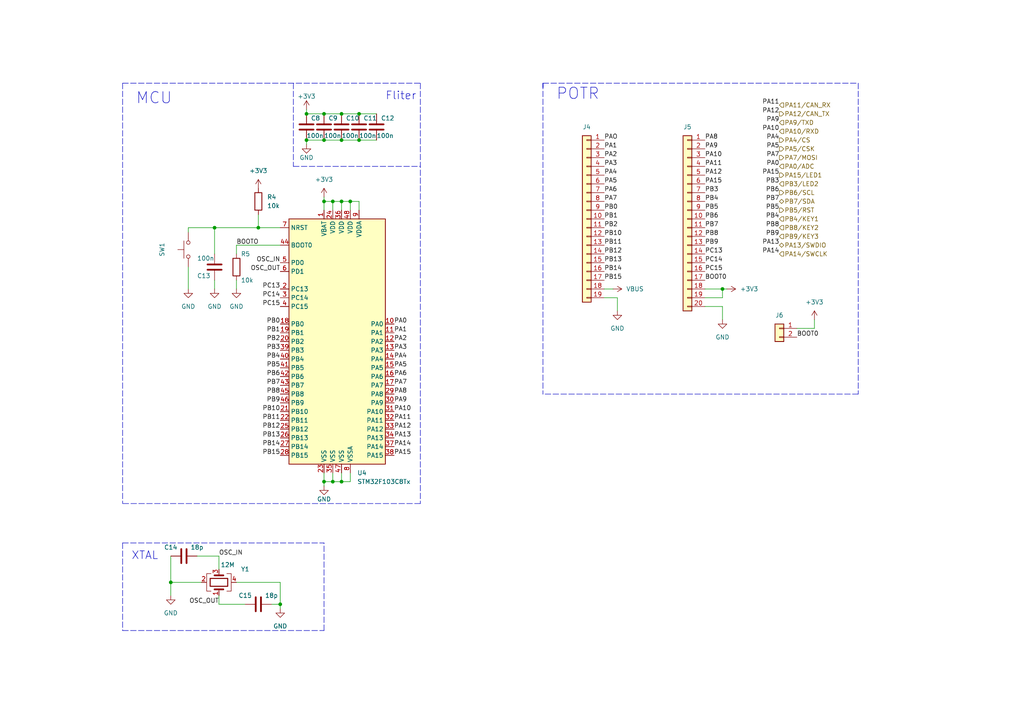
<source format=kicad_sch>
(kicad_sch (version 20211123) (generator eeschema)
  (paper "A4")
  (lib_symbols
    (symbol "Connector_Generic:Conn_01x02" (pin_names (offset 1.016) hide)
      (property "Reference" "J" (at 0 2.54 0))
      (property "Value" "Conn_01x02" (at 0 -5.08 0))
      (symbol "Conn_01x02_1_1"
        (rectangle (start -1.27 -2.413) (end 0 -2.667) (stroke (width 0.1524)))
        (rectangle (start -1.27 0.127) (end 0 -0.127) (stroke (width 0.1524)))
        (rectangle (start -1.27 1.27) (end 1.27 -3.81) (stroke (width 0.254)) (fill (type background)))
        (pin passive line (at -5.08 0 0) (length 3.81) (name "Pin_1") (number "1"))
        (pin passive line (at -5.08 -2.54 0) (length 3.81) (name "Pin_2") (number "2"))
      )
    )
    (symbol "Connector_Generic:Conn_01x19" (pin_names (offset 1.016) hide)
      (property "Reference" "J" (at 0 25.4 0))
      (property "Value" "Conn_01x19" (at 0 -25.4 0))
      (symbol "Conn_01x19_1_1"
        (rectangle (start -1.27 -22.733) (end 0 -22.987) (stroke (width 0.1524)))
        (rectangle (start -1.27 -20.193) (end 0 -20.447) (stroke (width 0.1524)))
        (rectangle (start -1.27 -17.653) (end 0 -17.907) (stroke (width 0.1524)))
        (rectangle (start -1.27 -15.113) (end 0 -15.367) (stroke (width 0.1524)))
        (rectangle (start -1.27 -12.573) (end 0 -12.827) (stroke (width 0.1524)))
        (rectangle (start -1.27 -10.033) (end 0 -10.287) (stroke (width 0.1524)))
        (rectangle (start -1.27 -7.493) (end 0 -7.747) (stroke (width 0.1524)))
        (rectangle (start -1.27 -4.953) (end 0 -5.207) (stroke (width 0.1524)))
        (rectangle (start -1.27 -2.413) (end 0 -2.667) (stroke (width 0.1524)))
        (rectangle (start -1.27 0.127) (end 0 -0.127) (stroke (width 0.1524)))
        (rectangle (start -1.27 2.667) (end 0 2.413) (stroke (width 0.1524)))
        (rectangle (start -1.27 5.207) (end 0 4.953) (stroke (width 0.1524)))
        (rectangle (start -1.27 7.747) (end 0 7.493) (stroke (width 0.1524)))
        (rectangle (start -1.27 10.287) (end 0 10.033) (stroke (width 0.1524)))
        (rectangle (start -1.27 12.827) (end 0 12.573) (stroke (width 0.1524)))
        (rectangle (start -1.27 15.367) (end 0 15.113) (stroke (width 0.1524)))
        (rectangle (start -1.27 17.907) (end 0 17.653) (stroke (width 0.1524)))
        (rectangle (start -1.27 20.447) (end 0 20.193) (stroke (width 0.1524)))
        (rectangle (start -1.27 22.987) (end 0 22.733) (stroke (width 0.1524)))
        (rectangle (start -1.27 24.13) (end 1.27 -24.13) (stroke (width 0.254)) (fill (type background)))
        (pin passive line (at -5.08 22.86 0) (length 3.81) (name "Pin_1") (number "1"))
        (pin passive line (at -5.08 0 0) (length 3.81) (name "Pin_10") (number "10"))
        (pin passive line (at -5.08 -2.54 0) (length 3.81) (name "Pin_11") (number "11"))
        (pin passive line (at -5.08 -5.08 0) (length 3.81) (name "Pin_12") (number "12"))
        (pin passive line (at -5.08 -7.62 0) (length 3.81) (name "Pin_13") (number "13"))
        (pin passive line (at -5.08 -10.16 0) (length 3.81) (name "Pin_14") (number "14"))
        (pin passive line (at -5.08 -12.7 0) (length 3.81) (name "Pin_15") (number "15"))
        (pin passive line (at -5.08 -15.24 0) (length 3.81) (name "Pin_16") (number "16"))
        (pin passive line (at -5.08 -17.78 0) (length 3.81) (name "Pin_17") (number "17"))
        (pin passive line (at -5.08 -20.32 0) (length 3.81) (name "Pin_18") (number "18"))
        (pin passive line (at -5.08 -22.86 0) (length 3.81) (name "Pin_19") (number "19"))
        (pin passive line (at -5.08 20.32 0) (length 3.81) (name "Pin_2") (number "2"))
        (pin passive line (at -5.08 17.78 0) (length 3.81) (name "Pin_3") (number "3"))
        (pin passive line (at -5.08 15.24 0) (length 3.81) (name "Pin_4") (number "4"))
        (pin passive line (at -5.08 12.7 0) (length 3.81) (name "Pin_5") (number "5"))
        (pin passive line (at -5.08 10.16 0) (length 3.81) (name "Pin_6") (number "6"))
        (pin passive line (at -5.08 7.62 0) (length 3.81) (name "Pin_7") (number "7"))
        (pin passive line (at -5.08 5.08 0) (length 3.81) (name "Pin_8") (number "8"))
        (pin passive line (at -5.08 2.54 0) (length 3.81) (name "Pin_9") (number "9"))
      )
    )
    (symbol "Connector_Generic:Conn_01x20" (pin_names (offset 1.016) hide)
      (property "Reference" "J" (at 0 25.4 0))
      (property "Value" "Conn_01x20" (at 0 -27.94 0))
      (symbol "Conn_01x20_1_1"
        (rectangle (start -1.27 -25.273) (end 0 -25.527) (stroke (width 0.1524)))
        (rectangle (start -1.27 -22.733) (end 0 -22.987) (stroke (width 0.1524)))
        (rectangle (start -1.27 -20.193) (end 0 -20.447) (stroke (width 0.1524)))
        (rectangle (start -1.27 -17.653) (end 0 -17.907) (stroke (width 0.1524)))
        (rectangle (start -1.27 -15.113) (end 0 -15.367) (stroke (width 0.1524)))
        (rectangle (start -1.27 -12.573) (end 0 -12.827) (stroke (width 0.1524)))
        (rectangle (start -1.27 -10.033) (end 0 -10.287) (stroke (width 0.1524)))
        (rectangle (start -1.27 -7.493) (end 0 -7.747) (stroke (width 0.1524)))
        (rectangle (start -1.27 -4.953) (end 0 -5.207) (stroke (width 0.1524)))
        (rectangle (start -1.27 -2.413) (end 0 -2.667) (stroke (width 0.1524)))
        (rectangle (start -1.27 0.127) (end 0 -0.127) (stroke (width 0.1524)))
        (rectangle (start -1.27 2.667) (end 0 2.413) (stroke (width 0.1524)))
        (rectangle (start -1.27 5.207) (end 0 4.953) (stroke (width 0.1524)))
        (rectangle (start -1.27 7.747) (end 0 7.493) (stroke (width 0.1524)))
        (rectangle (start -1.27 10.287) (end 0 10.033) (stroke (width 0.1524)))
        (rectangle (start -1.27 12.827) (end 0 12.573) (stroke (width 0.1524)))
        (rectangle (start -1.27 15.367) (end 0 15.113) (stroke (width 0.1524)))
        (rectangle (start -1.27 17.907) (end 0 17.653) (stroke (width 0.1524)))
        (rectangle (start -1.27 20.447) (end 0 20.193) (stroke (width 0.1524)))
        (rectangle (start -1.27 22.987) (end 0 22.733) (stroke (width 0.1524)))
        (rectangle (start -1.27 24.13) (end 1.27 -26.67) (stroke (width 0.254)) (fill (type background)))
        (pin passive line (at -5.08 22.86 0) (length 3.81) (name "Pin_1") (number "1"))
        (pin passive line (at -5.08 0 0) (length 3.81) (name "Pin_10") (number "10"))
        (pin passive line (at -5.08 -2.54 0) (length 3.81) (name "Pin_11") (number "11"))
        (pin passive line (at -5.08 -5.08 0) (length 3.81) (name "Pin_12") (number "12"))
        (pin passive line (at -5.08 -7.62 0) (length 3.81) (name "Pin_13") (number "13"))
        (pin passive line (at -5.08 -10.16 0) (length 3.81) (name "Pin_14") (number "14"))
        (pin passive line (at -5.08 -12.7 0) (length 3.81) (name "Pin_15") (number "15"))
        (pin passive line (at -5.08 -15.24 0) (length 3.81) (name "Pin_16") (number "16"))
        (pin passive line (at -5.08 -17.78 0) (length 3.81) (name "Pin_17") (number "17"))
        (pin passive line (at -5.08 -20.32 0) (length 3.81) (name "Pin_18") (number "18"))
        (pin passive line (at -5.08 -22.86 0) (length 3.81) (name "Pin_19") (number "19"))
        (pin passive line (at -5.08 20.32 0) (length 3.81) (name "Pin_2") (number "2"))
        (pin passive line (at -5.08 -25.4 0) (length 3.81) (name "Pin_20") (number "20"))
        (pin passive line (at -5.08 17.78 0) (length 3.81) (name "Pin_3") (number "3"))
        (pin passive line (at -5.08 15.24 0) (length 3.81) (name "Pin_4") (number "4"))
        (pin passive line (at -5.08 12.7 0) (length 3.81) (name "Pin_5") (number "5"))
        (pin passive line (at -5.08 10.16 0) (length 3.81) (name "Pin_6") (number "6"))
        (pin passive line (at -5.08 7.62 0) (length 3.81) (name "Pin_7") (number "7"))
        (pin passive line (at -5.08 5.08 0) (length 3.81) (name "Pin_8") (number "8"))
        (pin passive line (at -5.08 2.54 0) (length 3.81) (name "Pin_9") (number "9"))
      )
    )
    (symbol "Device:C" (pin_numbers hide) (pin_names (offset 0.254))
      (property "Reference" "C" (at 0.635 2.54 0))
      (property "Value" "C" (at 0.635 -2.54 0))
      (symbol "C_0_1"
        (polyline (pts (xy -2.032 -0.762) (xy 2.032 -0.762)) (stroke (width 0.508)))
        (polyline (pts (xy -2.032 0.762) (xy 2.032 0.762)) (stroke (width 0.508)))
      )
      (symbol "C_1_1"
        (pin passive line (at 0 3.81 270) (length 2.794) (name "~") (number "1"))
        (pin passive line (at 0 -3.81 90) (length 2.794) (name "~") (number "2"))
      )
    )
    (symbol "Device:Crystal_GND24" (pin_names (offset 1.016) hide)
      (property "Reference" "Y" (at 3.175 5.08 0))
      (property "Value" "Crystal_GND24" (at 3.175 3.175 0))
      (symbol "Crystal_GND24_0_1"
        (rectangle (start -1.143 2.54) (end 1.143 -2.54) (stroke (width 0.3048)))
        (polyline (pts (xy -2.54 0) (xy -2.032 0)))
        (polyline (pts (xy -2.032 -1.27) (xy -2.032 1.27)) (stroke (width 0.508)))
        (polyline (pts (xy 0 -3.81) (xy 0 -3.556)))
        (polyline (pts (xy 0 3.556) (xy 0 3.81)))
        (polyline (pts (xy 2.032 -1.27) (xy 2.032 1.27)) (stroke (width 0.508)))
        (polyline (pts (xy 2.032 0) (xy 2.54 0)))
        (polyline (pts (xy -2.54 -2.286) (xy -2.54 -3.556) (xy 2.54 -3.556) (xy 2.54 -2.286)))
        (polyline (pts (xy -2.54 2.286) (xy -2.54 3.556) (xy 2.54 3.556) (xy 2.54 2.286)))
      )
      (symbol "Crystal_GND24_1_1"
        (pin passive line (at -3.81 0 0) (length 1.27) (name "1") (number "1"))
        (pin passive line (at 0 5.08 270) (length 1.27) (name "2") (number "2"))
        (pin passive line (at 3.81 0 180) (length 1.27) (name "3") (number "3"))
        (pin passive line (at 0 -5.08 90) (length 1.27) (name "4") (number "4"))
      )
    )
    (symbol "Device:R" (pin_numbers hide) (pin_names (offset 0))
      (property "Reference" "R" (at 2.032 0 90))
      (property "Value" "R" (at 0 0 90))
      (symbol "R_0_1"
        (rectangle (start -1.016 -2.54) (end 1.016 2.54) (stroke (width 0.254)))
      )
      (symbol "R_1_1"
        (pin passive line (at 0 3.81 270) (length 1.27) (name "~") (number "1"))
        (pin passive line (at 0 -3.81 90) (length 1.27) (name "~") (number "2"))
      )
    )
    (symbol "MCU_ST_STM32F1:STM32F103C8Tx"
      (property "Reference" "U" (at -15.24 36.83 0))
      (property "Value" "STM32F103C8Tx" (at 7.62 36.83 0))
      (symbol "STM32F103C8Tx_0_1"
        (rectangle (start -15.24 -35.56) (end 12.7 35.56) (stroke (width 0.254)) (fill (type background)))
      )
      (symbol "STM32F103C8Tx_1_1"
        (pin power_in line (at -5.08 38.1 270) (length 2.54) (name "VBAT") (number "1"))
        (pin bidirectional line (at 15.24 5.08 180) (length 2.54) (name "PA0") (number "10"))
        (pin bidirectional line (at 15.24 2.54 180) (length 2.54) (name "PA1") (number "11"))
        (pin bidirectional line (at 15.24 0 180) (length 2.54) (name "PA2") (number "12"))
        (pin bidirectional line (at 15.24 -2.54 180) (length 2.54) (name "PA3") (number "13"))
        (pin bidirectional line (at 15.24 -5.08 180) (length 2.54) (name "PA4") (number "14"))
        (pin bidirectional line (at 15.24 -7.62 180) (length 2.54) (name "PA5") (number "15"))
        (pin bidirectional line (at 15.24 -10.16 180) (length 2.54) (name "PA6") (number "16"))
        (pin bidirectional line (at 15.24 -12.7 180) (length 2.54) (name "PA7") (number "17"))
        (pin bidirectional line (at -17.78 5.08 0) (length 2.54) (name "PB0") (number "18"))
        (pin bidirectional line (at -17.78 2.54 0) (length 2.54) (name "PB1") (number "19"))
        (pin bidirectional line (at -17.78 15.24 0) (length 2.54) (name "PC13") (number "2"))
        (pin bidirectional line (at -17.78 0 0) (length 2.54) (name "PB2") (number "20"))
        (pin bidirectional line (at -17.78 -20.32 0) (length 2.54) (name "PB10") (number "21"))
        (pin bidirectional line (at -17.78 -22.86 0) (length 2.54) (name "PB11") (number "22"))
        (pin power_in line (at -5.08 -38.1 90) (length 2.54) (name "VSS") (number "23"))
        (pin power_in line (at -2.54 38.1 270) (length 2.54) (name "VDD") (number "24"))
        (pin bidirectional line (at -17.78 -25.4 0) (length 2.54) (name "PB12") (number "25"))
        (pin bidirectional line (at -17.78 -27.94 0) (length 2.54) (name "PB13") (number "26"))
        (pin bidirectional line (at -17.78 -30.48 0) (length 2.54) (name "PB14") (number "27"))
        (pin bidirectional line (at -17.78 -33.02 0) (length 2.54) (name "PB15") (number "28"))
        (pin bidirectional line (at 15.24 -15.24 180) (length 2.54) (name "PA8") (number "29"))
        (pin bidirectional line (at -17.78 12.7 0) (length 2.54) (name "PC14") (number "3"))
        (pin bidirectional line (at 15.24 -17.78 180) (length 2.54) (name "PA9") (number "30"))
        (pin bidirectional line (at 15.24 -20.32 180) (length 2.54) (name "PA10") (number "31"))
        (pin bidirectional line (at 15.24 -22.86 180) (length 2.54) (name "PA11") (number "32"))
        (pin bidirectional line (at 15.24 -25.4 180) (length 2.54) (name "PA12") (number "33"))
        (pin bidirectional line (at 15.24 -27.94 180) (length 2.54) (name "PA13") (number "34"))
        (pin power_in line (at -2.54 -38.1 90) (length 2.54) (name "VSS") (number "35"))
        (pin power_in line (at 0 38.1 270) (length 2.54) (name "VDD") (number "36"))
        (pin bidirectional line (at 15.24 -30.48 180) (length 2.54) (name "PA14") (number "37"))
        (pin bidirectional line (at 15.24 -33.02 180) (length 2.54) (name "PA15") (number "38"))
        (pin bidirectional line (at -17.78 -2.54 0) (length 2.54) (name "PB3") (number "39"))
        (pin bidirectional line (at -17.78 10.16 0) (length 2.54) (name "PC15") (number "4"))
        (pin bidirectional line (at -17.78 -5.08 0) (length 2.54) (name "PB4") (number "40"))
        (pin bidirectional line (at -17.78 -7.62 0) (length 2.54) (name "PB5") (number "41"))
        (pin bidirectional line (at -17.78 -10.16 0) (length 2.54) (name "PB6") (number "42"))
        (pin bidirectional line (at -17.78 -12.7 0) (length 2.54) (name "PB7") (number "43"))
        (pin input line (at -17.78 27.94 0) (length 2.54) (name "BOOT0") (number "44"))
        (pin bidirectional line (at -17.78 -15.24 0) (length 2.54) (name "PB8") (number "45"))
        (pin bidirectional line (at -17.78 -17.78 0) (length 2.54) (name "PB9") (number "46"))
        (pin power_in line (at 0 -38.1 90) (length 2.54) (name "VSS") (number "47"))
        (pin power_in line (at 2.54 38.1 270) (length 2.54) (name "VDD") (number "48"))
        (pin input line (at -17.78 22.86 0) (length 2.54) (name "PD0") (number "5"))
        (pin input line (at -17.78 20.32 0) (length 2.54) (name "PD1") (number "6"))
        (pin input line (at -17.78 33.02 0) (length 2.54) (name "NRST") (number "7"))
        (pin power_in line (at 2.54 -38.1 90) (length 2.54) (name "VSSA") (number "8"))
        (pin power_in line (at 5.08 38.1 270) (length 2.54) (name "VDDA") (number "9"))
      )
    )
    (symbol "Switch:SW_Push" (pin_numbers hide) (pin_names (offset 1.016) hide)
      (property "Reference" "SW" (at 1.27 2.54 0))
      (property "Value" "SW_Push" (at 0 -1.524 0))
      (symbol "SW_Push_0_1"
        (circle (center -2.032 0) (radius 0.508))
        (polyline (pts (xy 0 1.27) (xy 0 3.048)))
        (polyline (pts (xy 2.54 1.27) (xy -2.54 1.27)))
        (circle (center 2.032 0) (radius 0.508))
        (pin passive line (at -5.08 0 0) (length 2.54) (name "1") (number "1"))
        (pin passive line (at 5.08 0 180) (length 2.54) (name "2") (number "2"))
      )
    )
    (symbol "power:+3V3" (power) (pin_names (offset 0))
      (property "Value" "+3V3" (at 0 3.556 0))
      (symbol "+3V3_0_1"
        (polyline (pts (xy -0.762 1.27) (xy 0 2.54)))
        (polyline (pts (xy 0 0) (xy 0 2.54)))
        (polyline (pts (xy 0 2.54) (xy 0.762 1.27)))
      )
      (symbol "+3V3_1_1"
        (pin power_in line (at 0 0 90) (length 0) hide (name "+3V3") (number "1"))
      )
    )
    (symbol "power:GND" (power) (pin_names (offset 0))
      (property "Value" "GND" (at 0 -3.81 0))
      (symbol "GND_0_1"
        (polyline (pts (xy 0 0) (xy 0 -1.27) (xy 1.27 -1.27) (xy 0 -2.54) (xy -1.27 -1.27) (xy 0 -1.27)))
      )
      (symbol "GND_1_1"
        (pin power_in line (at 0 0 270) (length 0) hide (name "GND") (number "1"))
      )
    )
    (symbol "power:VBUS" (power) (pin_names (offset 0))
      (property "Value" "VBUS" (at 0 3.81 0))
      (symbol "VBUS_0_1"
        (polyline (pts (xy -0.762 1.27) (xy 0 2.54)))
        (polyline (pts (xy 0 0) (xy 0 2.54)))
        (polyline (pts (xy 0 2.54) (xy 0.762 1.27)))
      )
      (symbol "VBUS_1_1"
        (pin power_in line (at 0 0 90) (length 0) hide (name "VBUS") (number "1"))
      )
    )
  )
  (junction (at 96.52 139.7))
  (junction (at 62.23 66.04))
  (junction (at 93.98 58.42))
  (junction (at 96.52 58.42))
  (junction (at 93.98 139.7))
  (junction (at 99.06 40.64))
  (junction (at 99.06 58.42))
  (junction (at 88.9 33.02))
  (junction (at 99.06 139.7))
  (junction (at 209.55 83.82))
  (junction (at 104.14 40.64))
  (junction (at 49.53 168.91))
  (junction (at 88.9 40.64))
  (junction (at 93.98 40.64))
  (junction (at 104.14 33.02))
  (junction (at 74.93 66.04))
  (junction (at 93.98 33.02))
  (junction (at 99.06 33.02))
  (junction (at 101.6 58.42))
  (junction (at 81.28 175.26))
  (wire (pts (xy 68.58 81.28) (xy 68.58 83.82)))
  (wire (pts (xy 93.98 139.7) (xy 93.98 140.97)))
  (wire (pts (xy 93.98 57.15) (xy 93.98 58.42)))
  (wire (pts (xy 81.28 71.12) (xy 68.58 71.12)))
  (wire (pts (xy 204.47 88.9) (xy 209.55 88.9)))
  (wire (pts (xy 209.55 83.82) (xy 209.55 86.36)))
  (polyline (pts (xy 157.48 24.13) (xy 248.92 24.13)))
  (polyline (pts (xy 121.92 146.05) (xy 35.56 146.05)))
  (wire (pts (xy 209.55 83.82) (xy 210.82 83.82)))
  (wire (pts (xy 93.98 139.7) (xy 96.52 139.7)))
  (wire (pts (xy 99.06 33.02) (xy 104.14 33.02)))
  (polyline (pts (xy 93.98 182.88) (xy 93.98 157.48)))
  (polyline (pts (xy 85.09 48.26) (xy 121.92 48.26)))
  (polyline (pts (xy 35.56 182.88) (xy 93.98 182.88)))
  (wire (pts (xy 99.06 58.42) (xy 99.06 60.96)))
  (wire (pts (xy 93.98 137.16) (xy 93.98 139.7)))
  (wire (pts (xy 78.74 175.26) (xy 81.28 175.26)))
  (polyline (pts (xy 85.09 24.13) (xy 85.09 48.26)))
  (polyline (pts (xy 121.92 24.13) (xy 121.92 146.05)))
  (wire (pts (xy 93.98 40.64) (xy 99.06 40.64)))
  (wire (pts (xy 68.58 71.12) (xy 68.58 73.66)))
  (wire (pts (xy 81.28 175.26) (xy 81.28 176.53)))
  (wire (pts (xy 175.26 83.82) (xy 177.8 83.82)))
  (wire (pts (xy 104.14 40.64) (xy 109.22 40.64)))
  (wire (pts (xy 104.14 58.42) (xy 104.14 60.96)))
  (wire (pts (xy 62.23 66.04) (xy 74.93 66.04)))
  (wire (pts (xy 88.9 31.75) (xy 88.9 33.02)))
  (wire (pts (xy 96.52 139.7) (xy 96.52 137.16)))
  (wire (pts (xy 204.47 83.82) (xy 209.55 83.82)))
  (wire (pts (xy 101.6 58.42) (xy 101.6 60.96)))
  (wire (pts (xy 93.98 58.42) (xy 96.52 58.42)))
  (wire (pts (xy 93.98 60.96) (xy 93.98 58.42)))
  (wire (pts (xy 62.23 66.04) (xy 62.23 73.66)))
  (wire (pts (xy 101.6 137.16) (xy 101.6 139.7)))
  (polyline (pts (xy 35.56 24.13) (xy 35.56 146.05)))
  (wire (pts (xy 62.23 81.28) (xy 62.23 83.82)))
  (wire (pts (xy 49.53 161.29) (xy 49.53 168.91)))
  (wire (pts (xy 54.61 77.47) (xy 54.61 83.82)))
  (polyline (pts (xy 35.56 24.13) (xy 121.92 24.13)))
  (wire (pts (xy 231.14 95.25) (xy 236.22 95.25)))
  (wire (pts (xy 101.6 58.42) (xy 104.14 58.42)))
  (wire (pts (xy 49.53 168.91) (xy 49.53 172.72)))
  (wire (pts (xy 99.06 58.42) (xy 101.6 58.42)))
  (polyline (pts (xy 248.92 114.3) (xy 157.48 114.3)))
  (wire (pts (xy 209.55 86.36) (xy 204.47 86.36)))
  (wire (pts (xy 81.28 66.04) (xy 74.93 66.04)))
  (wire (pts (xy 99.06 137.16) (xy 99.06 139.7)))
  (wire (pts (xy 68.58 168.91) (xy 81.28 168.91)))
  (wire (pts (xy 99.06 139.7) (xy 96.52 139.7)))
  (polyline (pts (xy 248.92 24.13) (xy 248.92 114.3)))
  (wire (pts (xy 54.61 66.04) (xy 62.23 66.04)))
  (wire (pts (xy 88.9 40.64) (xy 93.98 40.64)))
  (wire (pts (xy 63.5 172.72) (xy 63.5 175.26)))
  (wire (pts (xy 81.28 168.91) (xy 81.28 175.26)))
  (wire (pts (xy 99.06 40.64) (xy 104.14 40.64)))
  (wire (pts (xy 63.5 161.29) (xy 63.5 165.1)))
  (polyline (pts (xy 35.56 157.48) (xy 93.98 157.48)))
  (wire (pts (xy 209.55 88.9) (xy 209.55 92.71)))
  (wire (pts (xy 57.15 161.29) (xy 63.5 161.29)))
  (wire (pts (xy 175.26 86.36) (xy 179.07 86.36)))
  (wire (pts (xy 88.9 40.64) (xy 88.9 41.91)))
  (wire (pts (xy 88.9 33.02) (xy 93.98 33.02)))
  (wire (pts (xy 63.5 175.26) (xy 71.12 175.26)))
  (wire (pts (xy 93.98 33.02) (xy 99.06 33.02)))
  (wire (pts (xy 54.61 66.04) (xy 54.61 67.31)))
  (wire (pts (xy 104.14 33.02) (xy 109.22 33.02)))
  (polyline (pts (xy 157.48 24.13) (xy 157.48 25.4)))
  (wire (pts (xy 101.6 139.7) (xy 99.06 139.7)))
  (wire (pts (xy 96.52 58.42) (xy 99.06 58.42)))
  (polyline (pts (xy 35.56 157.48) (xy 35.56 182.88)))
  (wire (pts (xy 236.22 92.71) (xy 236.22 95.25)))
  (wire (pts (xy 49.53 168.91) (xy 58.42 168.91)))
  (wire (pts (xy 179.07 86.36) (xy 179.07 90.17)))
  (polyline (pts (xy 157.48 25.4) (xy 157.48 24.13)))
  (polyline (pts (xy 157.48 24.13) (xy 157.48 114.3)))
  (wire (pts (xy 96.52 58.42) (xy 96.52 60.96)))
  (wire (pts (xy 74.93 62.23) (xy 74.93 66.04)))
  (text "POTR\n" (at 161.29 29.21 0) (effects (font (size 3.27 3.27)) (justify left bottom)))
  (text "MCU" (at 39.37 30.48 0) (effects (font (size 3.27 3.27)) (justify left bottom)))
  (text "Fliter" (at 111.76 29.21 0) (effects (font (size 2.27 2.27)) (justify left bottom)))
  (text "XTAL" (at 38.1 162.56 0) (effects (font (size 2.27 2.27)) (justify left bottom)))
  (label "PA10" (at 226.06 38.1 180))
  (label "PC14" (at 204.47 76.2 0))
  (label "PB0" (at 81.28 93.98 180))
  (label "PB15" (at 175.26 81.28 0))
  (label "PB8" (at 81.28 114.3 180))
  (label "PA4" (at 175.26 50.8 0))
  (label "PA3" (at 114.3 101.6 0))
  (label "PA14" (at 114.3 129.54 0))
  (label "PA8" (at 114.3 114.3 0))
  (label "PB2" (at 81.28 99.06 180))
  (label "PA13" (at 114.3 127 0))
  (label "PB5" (at 226.06 60.96 180))
  (label "PAO" (at 175.26 40.64 0))
  (label "PB9" (at 226.06 68.58 180))
  (label "PB7" (at 226.06 58.42 180))
  (label "PA4" (at 114.3 104.14 0))
  (label "PB4" (at 204.47 58.42 0))
  (label "OSC_OUT" (at 81.28 78.74 180))
  (label "BOOT0" (at 231.14 97.79 0))
  (label "PB13" (at 175.26 76.2 0))
  (label "PA7" (at 226.06 45.72 180))
  (label "PA8" (at 204.47 40.64 0))
  (label "OSC_IN" (at 63.5 161.29 0))
  (label "PB6" (at 226.06 55.88 180))
  (label "PA5" (at 175.26 53.34 0))
  (label "PA6" (at 175.26 55.88 0))
  (label "BOOT0" (at 204.47 81.28 0))
  (label "PB3" (at 81.28 101.6 180))
  (label "PA15" (at 114.3 132.08 0))
  (label "PA5" (at 226.06 43.18 180))
  (label "PA12" (at 204.47 50.8 0))
  (label "PC14" (at 81.28 86.36 180))
  (label "PB8" (at 226.06 66.04 180))
  (label "PB1" (at 175.26 63.5 0))
  (label "PB13" (at 81.28 127 180))
  (label "PA13" (at 226.06 71.12 180))
  (label "PB12" (at 81.28 124.46 180))
  (label "PA4" (at 226.06 40.64 180))
  (label "PA2" (at 114.3 99.06 0))
  (label "PA11" (at 114.3 121.92 0))
  (label "BOOTO" (at 68.58 71.12 0))
  (label "PA11" (at 204.47 48.26 0))
  (label "PB12" (at 175.26 73.66 0))
  (label "PB2" (at 175.26 66.04 0))
  (label "PA1" (at 114.3 96.52 0))
  (label "PB14" (at 81.28 129.54 180))
  (label "PC15" (at 81.28 88.9 180))
  (label "PB5" (at 81.28 106.68 180))
  (label "PA9" (at 114.3 116.84 0))
  (label "PA0" (at 114.3 93.98 0))
  (label "PA15" (at 226.06 50.8 180))
  (label "PA14" (at 226.06 73.66 180))
  (label "PA2" (at 175.26 45.72 0))
  (label "PB10" (at 175.26 68.58 0))
  (label "PA10" (at 204.47 45.72 0))
  (label "PC13" (at 81.28 83.82 180))
  (label "PA9" (at 204.47 43.18 0))
  (label "PB1" (at 81.28 96.52 180))
  (label "PB10" (at 81.28 119.38 180))
  (label "PA11" (at 226.06 30.48 180))
  (label "PA7" (at 175.26 58.42 0))
  (label "PB11" (at 175.26 71.12 0))
  (label "PB9" (at 204.47 71.12 0))
  (label "PA12" (at 226.06 33.02 180))
  (label "PA15" (at 204.47 53.34 0))
  (label "PB14" (at 175.26 78.74 0))
  (label "PA6" (at 114.3 109.22 0))
  (label "PA9" (at 226.06 35.56 180))
  (label "PB4" (at 226.06 63.5 180))
  (label "PA0" (at 226.06 48.26 180))
  (label "PA12" (at 114.3 124.46 0))
  (label "PC15" (at 204.47 78.74 0))
  (label "PA7" (at 114.3 111.76 0))
  (label "PB15" (at 81.28 132.08 180))
  (label "PB0" (at 175.26 60.96 0))
  (label "PB7" (at 204.47 66.04 0))
  (label "OSC_OUT" (at 63.5 175.26 180))
  (label "PB7" (at 81.28 111.76 180))
  (label "PB6" (at 204.47 63.5 0))
  (label "PC13" (at 204.47 73.66 0))
  (label "PA5" (at 114.3 106.68 0))
  (label "PA10" (at 114.3 119.38 0))
  (label "PB11" (at 81.28 121.92 180))
  (label "PB6" (at 81.28 109.22 180))
  (label "PA1" (at 175.26 43.18 0))
  (label "PB5" (at 204.47 60.96 0))
  (label "PB3" (at 226.06 53.34 180))
  (label "PA3" (at 175.26 48.26 0))
  (label "PB4" (at 81.28 104.14 180))
  (label "PB9" (at 81.28 116.84 180))
  (label "OSC_IN" (at 81.28 76.2 180))
  (label "PB8" (at 204.47 68.58 0))
  (label "PB3" (at 204.47 55.88 0))
  (hierarchical_label "PA14{slash}SWCLK" (shape input) (at 226.06 73.66 0))
  (hierarchical_label "PB4{slash}KEY1" (shape input) (at 226.06 63.5 0))
  (hierarchical_label "PA4{slash}CS" (shape output) (at 226.06 40.64 0))
  (hierarchical_label "PB3{slash}LED2" (shape input) (at 226.06 53.34 0))
  (hierarchical_label "PA10{slash}RXD" (shape input) (at 226.06 38.1 0))
  (hierarchical_label "PA11{slash}CAN_RX" (shape input) (at 226.06 30.48 0))
  (hierarchical_label "PA9{slash}TXD" (shape input) (at 226.06 35.56 0))
  (hierarchical_label "PA5{slash}CSK" (shape output) (at 226.06 43.18 0))
  (hierarchical_label "PA0{slash}ADC" (shape input) (at 226.06 48.26 0))
  (hierarchical_label "PB9{slash}KEY3" (shape input) (at 226.06 68.58 0))
  (hierarchical_label "PB5{slash}RST" (shape output) (at 226.06 60.96 0))
  (hierarchical_label "PA15{slash}LED1" (shape output) (at 226.06 50.8 0))
  (hierarchical_label "PA7{slash}MOSI" (shape output) (at 226.06 45.72 0))
  (hierarchical_label "PA12{slash}CAN_TX" (shape output) (at 226.06 33.02 0))
  (hierarchical_label "PB8{slash}KEY2" (shape input) (at 226.06 66.04 0))
  (hierarchical_label "PB7{slash}SDA" (shape bidirectional) (at 226.06 58.42 0))
  (hierarchical_label "PA13{slash}SWDIO" (shape bidirectional) (at 226.06 71.12 0))
  (hierarchical_label "PB6{slash}SCL" (shape output) (at 226.06 55.88 0))
  (symbol (lib_id "power:GND") (at 68.58 83.82 0) (unit 1)
    (property "Reference" "#PWR0149" (effects hide))
    (property "Value" "GND" (at 68.58 88.9 0))
  )
  (symbol (lib_id "power:+3V3") (at 88.9 31.75 0) (unit 1)
    (property "Reference" "#PWR0144" (effects hide))
    (property "Value" "+3V3" (at 88.9 27.94 0))
  )
  (symbol (lib_id "Device:C") (at 62.23 77.47 0) (unit 1)
    (property "Reference" "C13" (at 57.15 80.01 0) (effects (justify left)))
    (property "Value" "100n" (at 57.15 74.93 0) (effects (justify left)))
    (property "Footprint" "Capacitor_SMD:C_0603_1608Metric" (effects hide))
  )
  (symbol (lib_id "power:+3V3") (at 210.82 83.82 270) (unit 1)
    (property "Reference" "#PWR0156" (effects hide))
    (property "Value" "+3V3" (at 214.63 83.8199 90) (effects (justify left)))
  )
  (symbol (lib_id "Connector_Generic:Conn_01x20") (at 199.39 63.5 0) (mirror y) (unit 1)
    (property "Reference" "J5" (at 199.39 36.83 0))
    (property "Value" "Conn_01x20" (effects hide))
    (property "Footprint" "Connector_PinHeader_2.54mm:PinHeader_1x20_P2.54mm_Vertical" (effects hide))
  )
  (symbol (lib_id "Device:C") (at 104.14 36.83 0) (unit 1)
    (property "Reference" "C11" (at 105.41 34.29 0) (effects (justify left)))
    (property "Value" "100n" (at 104.14 39.37 0) (effects (justify left)))
    (property "Footprint" "Capacitor_SMD:C_0603_1608Metric" (effects hide))
  )
  (symbol (lib_id "Device:R") (at 68.58 77.47 0) (unit 1)
    (property "Reference" "R5" (at 69.85 73.66 0) (effects (justify left)))
    (property "Value" "10k" (at 69.85 81.28 0) (effects (justify left)))
    (property "Footprint" "R_0603_1608Metric" (effects hide))
  )
  (symbol (lib_id "Device:C") (at 88.9 36.83 0) (unit 1)
    (property "Reference" "C8" (at 90.17 34.29 0) (effects (justify left)))
    (property "Value" "100n" (at 88.9 39.37 0) (effects (justify left)))
    (property "Footprint" "Capacitor_SMD:C_0603_1608Metric" (effects hide))
  )
  (symbol (lib_id "power:GND") (at 54.61 83.82 0) (unit 1)
    (property "Reference" "#PWR0151" (effects hide))
    (property "Value" "GND" (at 54.61 88.9 0))
  )
  (symbol (lib_id "power:GND") (at 88.9 41.91 0) (unit 1)
    (property "Reference" "#PWR0145" (effects hide))
    (property "Value" "GND" (at 88.9 45.72 0))
  )
  (symbol (lib_id "power:GND") (at 209.55 92.71 0) (unit 1)
    (property "Reference" "#PWR0152" (effects hide))
    (property "Value" "GND" (at 209.55 97.79 0))
  )
  (symbol (lib_id "Device:R") (at 74.93 58.42 0) (unit 1)
    (property "Reference" "R4" (at 77.47 57.1499 0) (effects (justify left)))
    (property "Value" "10k" (at 77.47 59.6899 0) (effects (justify left)))
    (property "Footprint" "R_0603_1608Metric" (effects hide))
  )
  (symbol (lib_id "Device:C") (at 93.98 36.83 0) (unit 1)
    (property "Reference" "C9" (at 95.25 34.29 0) (effects (justify left)))
    (property "Value" "100n" (at 93.98 39.37 0) (effects (justify left)))
    (property "Footprint" "Capacitor_SMD:C_0603_1608Metric" (effects hide))
  )
  (symbol (lib_id "power:GND") (at 49.53 172.72 0) (unit 1)
    (property "Reference" "#PWR0158" (effects hide))
    (property "Value" "GND" (at 49.53 177.8 0))
  )
  (symbol (lib_id "power:+3V3") (at 74.93 54.61 0) (unit 1)
    (property "Reference" "#PWR0146" (effects hide))
    (property "Value" "+3V3" (at 74.93 49.53 0))
  )
  (symbol (lib_id "Device:C") (at 109.22 36.83 0) (unit 1)
    (property "Reference" "C12" (at 110.49 34.29 0) (effects (justify left)))
    (property "Value" "100n" (at 109.22 39.37 0) (effects (justify left)))
    (property "Footprint" "Capacitor_SMD:C_0603_1608Metric" (effects hide))
  )
  (symbol (lib_id "Connector_Generic:Conn_01x19") (at 170.18 63.5 0) (mirror y) (unit 1)
    (property "Reference" "J4" (at 170.18 36.83 0))
    (property "Value" "Conn_01x19" (effects hide))
    (property "Footprint" "Connector_PinHeader_2.54mm:PinHeader_1x19_P2.54mm_Vertical" (effects hide))
  )
  (symbol (lib_id "power:GND") (at 179.07 90.17 0) (unit 1)
    (property "Reference" "#PWR0155" (effects hide))
    (property "Value" "GND" (at 179.07 95.25 0))
  )
  (symbol (lib_id "Device:Crystal_GND24") (at 63.5 168.91 90) (unit 1)
    (property "Reference" "Y1" (at 71.12 165.1 90))
    (property "Value" "12M" (at 66.04 163.83 90))
    (property "Footprint" "Crystal:Crystal_SMD_3225-4Pin_3.2x2.5mm" (effects hide))
  )
  (symbol (lib_id "Device:C") (at 53.34 161.29 90) (unit 1)
    (property "Reference" "C14" (at 49.53 158.75 90))
    (property "Value" "18p" (at 57.15 158.75 90))
    (property "Footprint" "Capacitor_SMD:C_0603_1608Metric" (effects hide))
  )
  (symbol (lib_id "Switch:SW_Push") (at 54.61 72.39 90) (unit 1)
    (property "Reference" "SW1" (at 46.99 72.39 0))
    (property "Value" "SW_Push" (effects hide))
    (property "Footprint" "Package_TO_SOT_SMD:TSOT-23" (effects hide))
  )
  (symbol (lib_id "power:GND") (at 81.28 176.53 0) (unit 1)
    (property "Reference" "#PWR0157" (effects hide))
    (property "Value" "GND" (at 81.28 181.61 0))
  )
  (symbol (lib_id "Device:C") (at 99.06 36.83 0) (unit 1)
    (property "Reference" "C10" (at 100.33 34.29 0) (effects (justify left)))
    (property "Value" "100n" (at 99.06 39.37 0) (effects (justify left)))
    (property "Footprint" "Capacitor_SMD:C_0603_1608Metric" (effects hide))
  )
  (symbol (lib_id "power:+3V3") (at 236.22 92.71 0) (unit 1)
    (property "Reference" "#PWR0153" (effects hide))
    (property "Value" "+3V3" (at 236.22 87.63 0))
  )
  (symbol (lib_id "Connector_Generic:Conn_01x02") (at 226.06 95.25 0) (mirror y) (unit 1)
    (property "Reference" "J6" (at 226.06 91.44 0))
    (property "Value" "Conn_01x02" (effects hide))
    (property "Footprint" "Connector_PinHeader_2.54mm:PinHeader_1x02_P2.54mm_Vertical" (effects hide))
  )
  (symbol (lib_id "Device:C") (at 74.93 175.26 90) (unit 1)
    (property "Reference" "C15" (at 71.12 172.72 90))
    (property "Value" "18p" (at 78.74 172.72 90))
    (property "Footprint" "Capacitor_SMD:C_0603_1608Metric" (effects hide))
  )
  (symbol (lib_id "MCU_ST_STM32F1:STM32F103C8Tx") (at 99.06 99.06 0) (unit 1)
    (property "Reference" "U4" (at 103.6194 137.16 0) (effects (justify left)))
    (property "Value" "STM32F103C8Tx" (at 103.6194 139.7 0) (effects (justify left)))
    (property "Footprint" "Package_QFP:LQFP-48_7x7mm_P0.5mm" (effects hide))
    (property "Datasheet" "http://www.st.com/st-web-ui/static/active/en/resource/technical/document/datasheet/CD00161566.pdf" (effects hide))
  )
  (symbol (lib_id "power:VBUS") (at 177.8 83.82 270) (unit 1)
    (property "Reference" "#PWR0154" (effects hide))
    (property "Value" "VBUS" (at 181.61 83.8199 90) (effects (justify left)))
  )
  (symbol (lib_id "power:GND") (at 93.98 140.97 0) (unit 1)
    (property "Reference" "#PWR0147" (effects hide))
    (property "Value" "GND" (at 93.98 144.78 0))
  )
  (symbol (lib_id "power:GND") (at 62.23 83.82 0) (unit 1)
    (property "Reference" "#PWR0150" (effects hide))
    (property "Value" "GND" (at 62.23 88.9 0))
  )
  (symbol (lib_id "power:+3V3") (at 93.98 57.15 0) (unit 1)
    (property "Reference" "#PWR0148" (effects hide))
    (property "Value" "+3V3" (at 93.98 52.07 0))
  )
)
</source>
